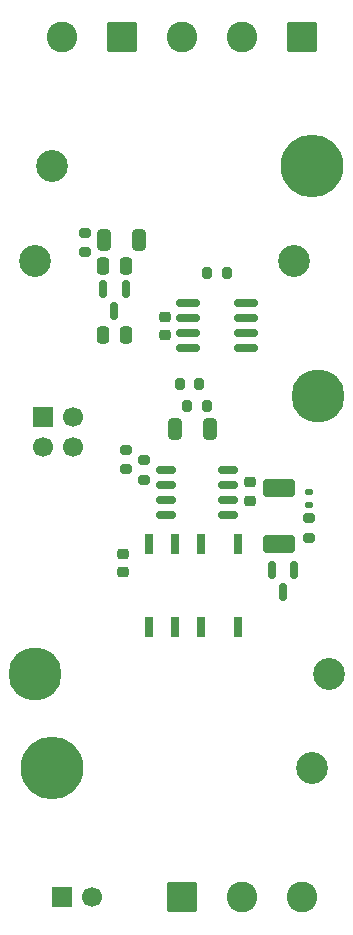
<source format=gbr>
%TF.GenerationSoftware,KiCad,Pcbnew,9.0.1*%
%TF.CreationDate,2025-08-02T01:33:37-07:00*%
%TF.ProjectId,bottom,626f7474-6f6d-42e6-9b69-6361645f7063,A1*%
%TF.SameCoordinates,PX578c1c0PY3d09000*%
%TF.FileFunction,Soldermask,Top*%
%TF.FilePolarity,Negative*%
%FSLAX46Y46*%
G04 Gerber Fmt 4.6, Leading zero omitted, Abs format (unit mm)*
G04 Created by KiCad (PCBNEW 9.0.1) date 2025-08-02 01:33:37*
%MOMM*%
%LPD*%
G01*
G04 APERTURE LIST*
G04 Aperture macros list*
%AMRoundRect*
0 Rectangle with rounded corners*
0 $1 Rounding radius*
0 $2 $3 $4 $5 $6 $7 $8 $9 X,Y pos of 4 corners*
0 Add a 4 corners polygon primitive as box body*
4,1,4,$2,$3,$4,$5,$6,$7,$8,$9,$2,$3,0*
0 Add four circle primitives for the rounded corners*
1,1,$1+$1,$2,$3*
1,1,$1+$1,$4,$5*
1,1,$1+$1,$6,$7*
1,1,$1+$1,$8,$9*
0 Add four rect primitives between the rounded corners*
20,1,$1+$1,$2,$3,$4,$5,0*
20,1,$1+$1,$4,$5,$6,$7,0*
20,1,$1+$1,$6,$7,$8,$9,0*
20,1,$1+$1,$8,$9,$2,$3,0*%
G04 Aperture macros list end*
%ADD10RoundRect,0.250000X-1.050000X-1.050000X1.050000X-1.050000X1.050000X1.050000X-1.050000X1.050000X0*%
%ADD11C,2.600000*%
%ADD12RoundRect,0.250000X-0.250000X-0.475000X0.250000X-0.475000X0.250000X0.475000X-0.250000X0.475000X0*%
%ADD13RoundRect,0.200000X-0.200000X-0.275000X0.200000X-0.275000X0.200000X0.275000X-0.200000X0.275000X0*%
%ADD14C,2.700000*%
%ADD15RoundRect,0.200000X-0.275000X0.200000X-0.275000X-0.200000X0.275000X-0.200000X0.275000X0.200000X0*%
%ADD16R,0.800000X1.800000*%
%ADD17RoundRect,0.200000X0.200000X0.275000X-0.200000X0.275000X-0.200000X-0.275000X0.200000X-0.275000X0*%
%ADD18RoundRect,0.225000X-0.250000X0.225000X-0.250000X-0.225000X0.250000X-0.225000X0.250000X0.225000X0*%
%ADD19R,1.700000X1.700000*%
%ADD20C,1.700000*%
%ADD21RoundRect,0.250000X1.050000X1.050000X-1.050000X1.050000X-1.050000X-1.050000X1.050000X-1.050000X0*%
%ADD22RoundRect,0.150000X0.825000X0.150000X-0.825000X0.150000X-0.825000X-0.150000X0.825000X-0.150000X0*%
%ADD23RoundRect,0.135000X0.185000X-0.135000X0.185000X0.135000X-0.185000X0.135000X-0.185000X-0.135000X0*%
%ADD24RoundRect,0.150000X-0.150000X0.587500X-0.150000X-0.587500X0.150000X-0.587500X0.150000X0.587500X0*%
%ADD25C,4.500000*%
%ADD26RoundRect,0.150000X0.675000X0.150000X-0.675000X0.150000X-0.675000X-0.150000X0.675000X-0.150000X0*%
%ADD27RoundRect,0.250000X0.325000X0.650000X-0.325000X0.650000X-0.325000X-0.650000X0.325000X-0.650000X0*%
%ADD28C,5.300000*%
%ADD29RoundRect,0.250000X-0.325000X-0.650000X0.325000X-0.650000X0.325000X0.650000X-0.325000X0.650000X0*%
%ADD30RoundRect,0.225000X0.250000X-0.225000X0.250000X0.225000X-0.250000X0.225000X-0.250000X-0.225000X0*%
%ADD31RoundRect,0.250000X1.100000X-0.500000X1.100000X0.500000X-1.100000X0.500000X-1.100000X-0.500000X0*%
G04 APERTURE END LIST*
D10*
%TO.C,J4*%
X16100000Y-77920000D03*
D11*
X21180000Y-77920000D03*
X26260000Y-77920000D03*
%TD*%
D12*
%TO.C,C2*%
X9413000Y-24426000D03*
X11313000Y-24426000D03*
%TD*%
D13*
%TO.C,R6*%
X18237000Y-25096000D03*
X19887000Y-25096000D03*
%TD*%
D14*
%TO.C,H4*%
X27100000Y-67000000D03*
%TD*%
D15*
%TO.C,R4*%
X11339000Y-40011000D03*
X11339000Y-41661000D03*
%TD*%
D16*
%TO.C,K1*%
X20865000Y-48025000D03*
X17665000Y-48025000D03*
X15465000Y-48025000D03*
X13265000Y-48025000D03*
X13265000Y-55025000D03*
X15465000Y-55025000D03*
X17665000Y-55025000D03*
X20865000Y-55025000D03*
%TD*%
D17*
%TO.C,R3*%
X17557229Y-34436000D03*
X15907229Y-34436000D03*
%TD*%
D18*
%TO.C,C7*%
X11061000Y-48832000D03*
X11061000Y-50382000D03*
%TD*%
D19*
%TO.C,J5*%
X5940000Y-77920000D03*
D20*
X8480000Y-77920000D03*
%TD*%
D21*
%TO.C,J1*%
X11020000Y-5080000D03*
D11*
X5940000Y-5080000D03*
%TD*%
D22*
%TO.C,U2*%
X21537000Y-31446000D03*
X21537000Y-30176000D03*
X21537000Y-28906000D03*
X21537000Y-27636000D03*
X16587000Y-27636000D03*
X16587000Y-28906000D03*
X16587000Y-30176000D03*
X16587000Y-31446000D03*
%TD*%
D23*
%TO.C,R8*%
X26809000Y-44658000D03*
X26809000Y-43638000D03*
%TD*%
D18*
%TO.C,C6*%
X21857000Y-42792000D03*
X21857000Y-44342000D03*
%TD*%
D15*
%TO.C,R5*%
X12839000Y-40900000D03*
X12839000Y-42550000D03*
%TD*%
D24*
%TO.C,U3*%
X11313000Y-26409500D03*
X9413000Y-26409500D03*
X10363000Y-28284500D03*
%TD*%
D21*
%TO.C,J2*%
X26260000Y-5080000D03*
D11*
X21180000Y-5080000D03*
X16100000Y-5080000D03*
%TD*%
D25*
%TO.C,H8*%
X3650000Y-59000000D03*
%TD*%
D17*
%TO.C,R2*%
X18192229Y-36341000D03*
X16542229Y-36341000D03*
%TD*%
D25*
%TO.C,H9*%
X27650000Y-35500000D03*
%TD*%
D14*
%TO.C,H5*%
X5100000Y-16000000D03*
%TD*%
D26*
%TO.C,U1*%
X19964000Y-45535000D03*
X19964000Y-44265000D03*
X19964000Y-42995000D03*
X19964000Y-41725000D03*
X14714000Y-41725000D03*
X14714000Y-42995000D03*
X14714000Y-44265000D03*
X14714000Y-45535000D03*
%TD*%
D14*
%TO.C,H3*%
X3650000Y-24000000D03*
%TD*%
D27*
%TO.C,C3*%
X18427000Y-38246000D03*
X15477000Y-38246000D03*
%TD*%
D28*
%TO.C,H6*%
X5100000Y-67000000D03*
%TD*%
D29*
%TO.C,C1*%
X9523000Y-22267000D03*
X12473000Y-22267000D03*
%TD*%
D30*
%TO.C,C5*%
X14617000Y-30316000D03*
X14617000Y-28766000D03*
%TD*%
D31*
%TO.C,D1*%
X24330000Y-48030000D03*
X24330000Y-43230000D03*
%TD*%
D28*
%TO.C,H7*%
X27100000Y-16000000D03*
%TD*%
D14*
%TO.C,H1*%
X25550000Y-24000000D03*
%TD*%
D12*
%TO.C,C4*%
X9413000Y-30268000D03*
X11313000Y-30268000D03*
%TD*%
D14*
%TO.C,H2*%
X28550000Y-59000000D03*
%TD*%
D15*
%TO.C,R7*%
X26831000Y-45826000D03*
X26831000Y-47476000D03*
%TD*%
%TO.C,R1*%
X7883000Y-21656000D03*
X7883000Y-23306000D03*
%TD*%
D19*
%TO.C,J3*%
X4330000Y-37230000D03*
D20*
X6870000Y-37230000D03*
X4330000Y-39770000D03*
X6870000Y-39770000D03*
%TD*%
D24*
%TO.C,Q1*%
X25600000Y-50230000D03*
X23700000Y-50230000D03*
X24650000Y-52105000D03*
%TD*%
M02*

</source>
